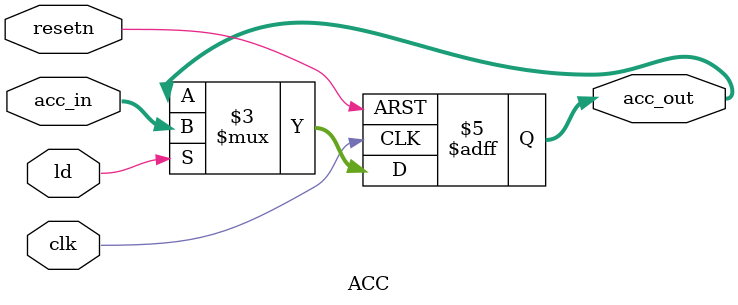
<source format=v>
module ACC(
        input resetn,
        input clk,
        input ld,
        input [7:0] acc_in,
        output reg [7:0] acc_out
);
    
    always@(posedge clk or negedge resetn) begin
        if(~resetn) acc_out <= 8'b0000_0000;
        else if(ld) acc_out <= acc_in;
    end
endmodule

</source>
